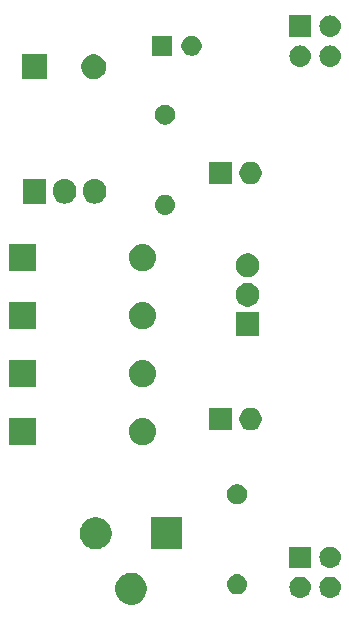
<source format=gbr>
G04 #@! TF.GenerationSoftware,KiCad,Pcbnew,(5.1.4)-1*
G04 #@! TF.CreationDate,2019-09-17T14:56:49+03:00*
G04 #@! TF.ProjectId,Project_1_Breadboard_power_supply,50726f6a-6563-4745-9f31-5f4272656164,v1*
G04 #@! TF.SameCoordinates,Original*
G04 #@! TF.FileFunction,Soldermask,Top*
G04 #@! TF.FilePolarity,Negative*
%FSLAX46Y46*%
G04 Gerber Fmt 4.6, Leading zero omitted, Abs format (unit mm)*
G04 Created by KiCad (PCBNEW (5.1.4)-1) date 2019-09-17 14:56:49*
%MOMM*%
%LPD*%
G04 APERTURE LIST*
%ADD10C,0.100000*%
G04 APERTURE END LIST*
D10*
G36*
X140904072Y-112874918D02*
G01*
X141149939Y-112976759D01*
X141261328Y-113051187D01*
X141371211Y-113124609D01*
X141559391Y-113312789D01*
X141707242Y-113534063D01*
X141809082Y-113779928D01*
X141861000Y-114040937D01*
X141861000Y-114307063D01*
X141809082Y-114568072D01*
X141713521Y-114798779D01*
X141707241Y-114813939D01*
X141559390Y-115035212D01*
X141371212Y-115223390D01*
X141149939Y-115371241D01*
X141149938Y-115371242D01*
X141149937Y-115371242D01*
X140904072Y-115473082D01*
X140643063Y-115525000D01*
X140376937Y-115525000D01*
X140115928Y-115473082D01*
X139870063Y-115371242D01*
X139870062Y-115371242D01*
X139870061Y-115371241D01*
X139648788Y-115223390D01*
X139460610Y-115035212D01*
X139312759Y-114813939D01*
X139306480Y-114798779D01*
X139210918Y-114568072D01*
X139159000Y-114307063D01*
X139159000Y-114040937D01*
X139210918Y-113779928D01*
X139312758Y-113534063D01*
X139460609Y-113312789D01*
X139648789Y-113124609D01*
X139758672Y-113051187D01*
X139870061Y-112976759D01*
X140115928Y-112874918D01*
X140376937Y-112823000D01*
X140643063Y-112823000D01*
X140904072Y-112874918D01*
X140904072Y-112874918D01*
G37*
G36*
X157463442Y-113151518D02*
G01*
X157529627Y-113158037D01*
X157699466Y-113209557D01*
X157855991Y-113293222D01*
X157879832Y-113312788D01*
X157993186Y-113405814D01*
X158076448Y-113507271D01*
X158105778Y-113543009D01*
X158189443Y-113699534D01*
X158240963Y-113869373D01*
X158258359Y-114046000D01*
X158240963Y-114222627D01*
X158189443Y-114392466D01*
X158105778Y-114548991D01*
X158076448Y-114584729D01*
X157993186Y-114686186D01*
X157891729Y-114769448D01*
X157855991Y-114798778D01*
X157699466Y-114882443D01*
X157529627Y-114933963D01*
X157463442Y-114940482D01*
X157397260Y-114947000D01*
X157308740Y-114947000D01*
X157242558Y-114940482D01*
X157176373Y-114933963D01*
X157006534Y-114882443D01*
X156850009Y-114798778D01*
X156814271Y-114769448D01*
X156712814Y-114686186D01*
X156629552Y-114584729D01*
X156600222Y-114548991D01*
X156516557Y-114392466D01*
X156465037Y-114222627D01*
X156447641Y-114046000D01*
X156465037Y-113869373D01*
X156516557Y-113699534D01*
X156600222Y-113543009D01*
X156629552Y-113507271D01*
X156712814Y-113405814D01*
X156826168Y-113312788D01*
X156850009Y-113293222D01*
X157006534Y-113209557D01*
X157176373Y-113158037D01*
X157242558Y-113151518D01*
X157308740Y-113145000D01*
X157397260Y-113145000D01*
X157463442Y-113151518D01*
X157463442Y-113151518D01*
G37*
G36*
X154923442Y-113151518D02*
G01*
X154989627Y-113158037D01*
X155159466Y-113209557D01*
X155315991Y-113293222D01*
X155339832Y-113312788D01*
X155453186Y-113405814D01*
X155536448Y-113507271D01*
X155565778Y-113543009D01*
X155649443Y-113699534D01*
X155700963Y-113869373D01*
X155718359Y-114046000D01*
X155700963Y-114222627D01*
X155649443Y-114392466D01*
X155565778Y-114548991D01*
X155536448Y-114584729D01*
X155453186Y-114686186D01*
X155351729Y-114769448D01*
X155315991Y-114798778D01*
X155159466Y-114882443D01*
X154989627Y-114933963D01*
X154923442Y-114940482D01*
X154857260Y-114947000D01*
X154768740Y-114947000D01*
X154702558Y-114940482D01*
X154636373Y-114933963D01*
X154466534Y-114882443D01*
X154310009Y-114798778D01*
X154274271Y-114769448D01*
X154172814Y-114686186D01*
X154089552Y-114584729D01*
X154060222Y-114548991D01*
X153976557Y-114392466D01*
X153925037Y-114222627D01*
X153907641Y-114046000D01*
X153925037Y-113869373D01*
X153976557Y-113699534D01*
X154060222Y-113543009D01*
X154089552Y-113507271D01*
X154172814Y-113405814D01*
X154286168Y-113312788D01*
X154310009Y-113293222D01*
X154466534Y-113209557D01*
X154636373Y-113158037D01*
X154702558Y-113151518D01*
X154768740Y-113145000D01*
X154857260Y-113145000D01*
X154923442Y-113151518D01*
X154923442Y-113151518D01*
G37*
G36*
X149645823Y-112953313D02*
G01*
X149806242Y-113001976D01*
X149938906Y-113072886D01*
X149954078Y-113080996D01*
X150083659Y-113187341D01*
X150190004Y-113316922D01*
X150190005Y-113316924D01*
X150269024Y-113464758D01*
X150317687Y-113625177D01*
X150334117Y-113792000D01*
X150317687Y-113958823D01*
X150269024Y-114119242D01*
X150198114Y-114251906D01*
X150190004Y-114267078D01*
X150083659Y-114396659D01*
X149954078Y-114503004D01*
X149954076Y-114503005D01*
X149806242Y-114582024D01*
X149645823Y-114630687D01*
X149520804Y-114643000D01*
X149437196Y-114643000D01*
X149312177Y-114630687D01*
X149151758Y-114582024D01*
X149003924Y-114503005D01*
X149003922Y-114503004D01*
X148874341Y-114396659D01*
X148767996Y-114267078D01*
X148759886Y-114251906D01*
X148688976Y-114119242D01*
X148640313Y-113958823D01*
X148623883Y-113792000D01*
X148640313Y-113625177D01*
X148688976Y-113464758D01*
X148767995Y-113316924D01*
X148767996Y-113316922D01*
X148874341Y-113187341D01*
X149003922Y-113080996D01*
X149019094Y-113072886D01*
X149151758Y-113001976D01*
X149312177Y-112953313D01*
X149437196Y-112941000D01*
X149520804Y-112941000D01*
X149645823Y-112953313D01*
X149645823Y-112953313D01*
G37*
G36*
X157463443Y-110611519D02*
G01*
X157529627Y-110618037D01*
X157699466Y-110669557D01*
X157699468Y-110669558D01*
X157777728Y-110711389D01*
X157855991Y-110753222D01*
X157880190Y-110773082D01*
X157993186Y-110865814D01*
X158076448Y-110967271D01*
X158105778Y-111003009D01*
X158189443Y-111159534D01*
X158240963Y-111329373D01*
X158258359Y-111506000D01*
X158240963Y-111682627D01*
X158189443Y-111852466D01*
X158105778Y-112008991D01*
X158076448Y-112044729D01*
X157993186Y-112146186D01*
X157891729Y-112229448D01*
X157855991Y-112258778D01*
X157699466Y-112342443D01*
X157529627Y-112393963D01*
X157463443Y-112400481D01*
X157397260Y-112407000D01*
X157308740Y-112407000D01*
X157242557Y-112400481D01*
X157176373Y-112393963D01*
X157006534Y-112342443D01*
X156850009Y-112258778D01*
X156814271Y-112229448D01*
X156712814Y-112146186D01*
X156629552Y-112044729D01*
X156600222Y-112008991D01*
X156516557Y-111852466D01*
X156465037Y-111682627D01*
X156447641Y-111506000D01*
X156465037Y-111329373D01*
X156516557Y-111159534D01*
X156600222Y-111003009D01*
X156629552Y-110967271D01*
X156712814Y-110865814D01*
X156825810Y-110773082D01*
X156850009Y-110753222D01*
X156928272Y-110711389D01*
X157006532Y-110669558D01*
X157006534Y-110669557D01*
X157176373Y-110618037D01*
X157242557Y-110611519D01*
X157308740Y-110605000D01*
X157397260Y-110605000D01*
X157463443Y-110611519D01*
X157463443Y-110611519D01*
G37*
G36*
X155714000Y-112407000D02*
G01*
X153912000Y-112407000D01*
X153912000Y-110605000D01*
X155714000Y-110605000D01*
X155714000Y-112407000D01*
X155714000Y-112407000D01*
G37*
G36*
X144861000Y-110825000D02*
G01*
X142159000Y-110825000D01*
X142159000Y-108123000D01*
X144861000Y-108123000D01*
X144861000Y-110825000D01*
X144861000Y-110825000D01*
G37*
G36*
X137904072Y-108174918D02*
G01*
X138149939Y-108276759D01*
X138371212Y-108424610D01*
X138559390Y-108612788D01*
X138707241Y-108834061D01*
X138809082Y-109079928D01*
X138861000Y-109340938D01*
X138861000Y-109607062D01*
X138809082Y-109868072D01*
X138707241Y-110113939D01*
X138559390Y-110335212D01*
X138371212Y-110523390D01*
X138149939Y-110671241D01*
X138149938Y-110671242D01*
X138149937Y-110671242D01*
X137904072Y-110773082D01*
X137643063Y-110825000D01*
X137376937Y-110825000D01*
X137115928Y-110773082D01*
X136870063Y-110671242D01*
X136870062Y-110671242D01*
X136870061Y-110671241D01*
X136648788Y-110523390D01*
X136460610Y-110335212D01*
X136312759Y-110113939D01*
X136210918Y-109868072D01*
X136159000Y-109607062D01*
X136159000Y-109340938D01*
X136210918Y-109079928D01*
X136312759Y-108834061D01*
X136460610Y-108612788D01*
X136648788Y-108424610D01*
X136870061Y-108276759D01*
X137115928Y-108174918D01*
X137376937Y-108123000D01*
X137643063Y-108123000D01*
X137904072Y-108174918D01*
X137904072Y-108174918D01*
G37*
G36*
X149727228Y-105353703D02*
G01*
X149882100Y-105417853D01*
X150021481Y-105510985D01*
X150140015Y-105629519D01*
X150233147Y-105768900D01*
X150297297Y-105923772D01*
X150330000Y-106088184D01*
X150330000Y-106255816D01*
X150297297Y-106420228D01*
X150233147Y-106575100D01*
X150140015Y-106714481D01*
X150021481Y-106833015D01*
X149882100Y-106926147D01*
X149727228Y-106990297D01*
X149562816Y-107023000D01*
X149395184Y-107023000D01*
X149230772Y-106990297D01*
X149075900Y-106926147D01*
X148936519Y-106833015D01*
X148817985Y-106714481D01*
X148724853Y-106575100D01*
X148660703Y-106420228D01*
X148628000Y-106255816D01*
X148628000Y-106088184D01*
X148660703Y-105923772D01*
X148724853Y-105768900D01*
X148817985Y-105629519D01*
X148936519Y-105510985D01*
X149075900Y-105417853D01*
X149230772Y-105353703D01*
X149395184Y-105321000D01*
X149562816Y-105321000D01*
X149727228Y-105353703D01*
X149727228Y-105353703D01*
G37*
G36*
X141647271Y-99698103D02*
G01*
X141703635Y-99703654D01*
X141920600Y-99769470D01*
X141920602Y-99769471D01*
X142120555Y-99876347D01*
X142295818Y-100020182D01*
X142439653Y-100195445D01*
X142546529Y-100395398D01*
X142546530Y-100395400D01*
X142612346Y-100612365D01*
X142624568Y-100736454D01*
X142634569Y-100838000D01*
X142612346Y-101063634D01*
X142546529Y-101280602D01*
X142439653Y-101480555D01*
X142295818Y-101655818D01*
X142120555Y-101799653D01*
X141920602Y-101906529D01*
X141920600Y-101906530D01*
X141703635Y-101972346D01*
X141647271Y-101977897D01*
X141534545Y-101989000D01*
X141421455Y-101989000D01*
X141308729Y-101977897D01*
X141252365Y-101972346D01*
X141035400Y-101906530D01*
X141035398Y-101906529D01*
X140835445Y-101799653D01*
X140660182Y-101655818D01*
X140516347Y-101480555D01*
X140409471Y-101280602D01*
X140343654Y-101063634D01*
X140321431Y-100838000D01*
X140331432Y-100736454D01*
X140343654Y-100612365D01*
X140409470Y-100395400D01*
X140409471Y-100395398D01*
X140516347Y-100195445D01*
X140660182Y-100020182D01*
X140835445Y-99876347D01*
X141035398Y-99769471D01*
X141035400Y-99769470D01*
X141252365Y-99703654D01*
X141308729Y-99698103D01*
X141421455Y-99687000D01*
X141534545Y-99687000D01*
X141647271Y-99698103D01*
X141647271Y-99698103D01*
G37*
G36*
X132469000Y-101989000D02*
G01*
X130167000Y-101989000D01*
X130167000Y-99687000D01*
X132469000Y-99687000D01*
X132469000Y-101989000D01*
X132469000Y-101989000D01*
G37*
G36*
X150899395Y-98907546D02*
G01*
X151072466Y-98979234D01*
X151072467Y-98979235D01*
X151228227Y-99083310D01*
X151360690Y-99215773D01*
X151360691Y-99215775D01*
X151464766Y-99371534D01*
X151536454Y-99544605D01*
X151573000Y-99728333D01*
X151573000Y-99915667D01*
X151536454Y-100099395D01*
X151464766Y-100272466D01*
X151464765Y-100272467D01*
X151360690Y-100428227D01*
X151228227Y-100560690D01*
X151150890Y-100612365D01*
X151072466Y-100664766D01*
X150899395Y-100736454D01*
X150715667Y-100773000D01*
X150528333Y-100773000D01*
X150344605Y-100736454D01*
X150171534Y-100664766D01*
X150093110Y-100612365D01*
X150015773Y-100560690D01*
X149883310Y-100428227D01*
X149779235Y-100272467D01*
X149779234Y-100272466D01*
X149707546Y-100099395D01*
X149671000Y-99915667D01*
X149671000Y-99728333D01*
X149707546Y-99544605D01*
X149779234Y-99371534D01*
X149883309Y-99215775D01*
X149883310Y-99215773D01*
X150015773Y-99083310D01*
X150171533Y-98979235D01*
X150171534Y-98979234D01*
X150344605Y-98907546D01*
X150528333Y-98871000D01*
X150715667Y-98871000D01*
X150899395Y-98907546D01*
X150899395Y-98907546D01*
G37*
G36*
X149033000Y-100773000D02*
G01*
X147131000Y-100773000D01*
X147131000Y-98871000D01*
X149033000Y-98871000D01*
X149033000Y-100773000D01*
X149033000Y-100773000D01*
G37*
G36*
X141647271Y-94787435D02*
G01*
X141703635Y-94792986D01*
X141920600Y-94858802D01*
X141920602Y-94858803D01*
X142120555Y-94965679D01*
X142295818Y-95109514D01*
X142439653Y-95284777D01*
X142546529Y-95484730D01*
X142612346Y-95701698D01*
X142634569Y-95927332D01*
X142612346Y-96152966D01*
X142546529Y-96369934D01*
X142439653Y-96569887D01*
X142295818Y-96745150D01*
X142120555Y-96888985D01*
X141920602Y-96995861D01*
X141920600Y-96995862D01*
X141703635Y-97061678D01*
X141647271Y-97067229D01*
X141534545Y-97078332D01*
X141421455Y-97078332D01*
X141308729Y-97067229D01*
X141252365Y-97061678D01*
X141035400Y-96995862D01*
X141035398Y-96995861D01*
X140835445Y-96888985D01*
X140660182Y-96745150D01*
X140516347Y-96569887D01*
X140409471Y-96369934D01*
X140343654Y-96152966D01*
X140321431Y-95927332D01*
X140343654Y-95701698D01*
X140409471Y-95484730D01*
X140516347Y-95284777D01*
X140660182Y-95109514D01*
X140835445Y-94965679D01*
X141035398Y-94858803D01*
X141035400Y-94858802D01*
X141252365Y-94792986D01*
X141308729Y-94787435D01*
X141421455Y-94776332D01*
X141534545Y-94776332D01*
X141647271Y-94787435D01*
X141647271Y-94787435D01*
G37*
G36*
X132469000Y-97078332D02*
G01*
X130167000Y-97078332D01*
X130167000Y-94776332D01*
X132469000Y-94776332D01*
X132469000Y-97078332D01*
X132469000Y-97078332D01*
G37*
G36*
X151369000Y-92789000D02*
G01*
X149367000Y-92789000D01*
X149367000Y-90787000D01*
X151369000Y-90787000D01*
X151369000Y-92789000D01*
X151369000Y-92789000D01*
G37*
G36*
X141647271Y-89876769D02*
G01*
X141703635Y-89882320D01*
X141920600Y-89948136D01*
X141920602Y-89948137D01*
X142120555Y-90055013D01*
X142295818Y-90198848D01*
X142439653Y-90374111D01*
X142546529Y-90574064D01*
X142612346Y-90791032D01*
X142634569Y-91016666D01*
X142612346Y-91242300D01*
X142546529Y-91459268D01*
X142439653Y-91659221D01*
X142295818Y-91834484D01*
X142120555Y-91978319D01*
X141920602Y-92085195D01*
X141920600Y-92085196D01*
X141703635Y-92151012D01*
X141647271Y-92156563D01*
X141534545Y-92167666D01*
X141421455Y-92167666D01*
X141308729Y-92156563D01*
X141252365Y-92151012D01*
X141035400Y-92085196D01*
X141035398Y-92085195D01*
X140835445Y-91978319D01*
X140660182Y-91834484D01*
X140516347Y-91659221D01*
X140409471Y-91459268D01*
X140343654Y-91242300D01*
X140321431Y-91016666D01*
X140343654Y-90791032D01*
X140409471Y-90574064D01*
X140516347Y-90374111D01*
X140660182Y-90198848D01*
X140835445Y-90055013D01*
X141035398Y-89948137D01*
X141035400Y-89948136D01*
X141252365Y-89882320D01*
X141308729Y-89876769D01*
X141421455Y-89865666D01*
X141534545Y-89865666D01*
X141647271Y-89876769D01*
X141647271Y-89876769D01*
G37*
G36*
X132469000Y-92167666D02*
G01*
X130167000Y-92167666D01*
X130167000Y-89865666D01*
X132469000Y-89865666D01*
X132469000Y-92167666D01*
X132469000Y-92167666D01*
G37*
G36*
X150659981Y-88325468D02*
G01*
X150842151Y-88400926D01*
X151006100Y-88510473D01*
X151145527Y-88649900D01*
X151255074Y-88813849D01*
X151330532Y-88996019D01*
X151369000Y-89189410D01*
X151369000Y-89386590D01*
X151330532Y-89579981D01*
X151255074Y-89762151D01*
X151145527Y-89926100D01*
X151006100Y-90065527D01*
X150842151Y-90175074D01*
X150659981Y-90250532D01*
X150563285Y-90269766D01*
X150466591Y-90289000D01*
X150269409Y-90289000D01*
X150172715Y-90269766D01*
X150076019Y-90250532D01*
X149893849Y-90175074D01*
X149729900Y-90065527D01*
X149590473Y-89926100D01*
X149480926Y-89762151D01*
X149405468Y-89579981D01*
X149367000Y-89386590D01*
X149367000Y-89189410D01*
X149405468Y-88996019D01*
X149480926Y-88813849D01*
X149590473Y-88649900D01*
X149729900Y-88510473D01*
X149893849Y-88400926D01*
X150076019Y-88325468D01*
X150269409Y-88287000D01*
X150466591Y-88287000D01*
X150659981Y-88325468D01*
X150659981Y-88325468D01*
G37*
G36*
X150659981Y-85825468D02*
G01*
X150842151Y-85900926D01*
X151006100Y-86010473D01*
X151145527Y-86149900D01*
X151255074Y-86313849D01*
X151330532Y-86496019D01*
X151369000Y-86689410D01*
X151369000Y-86886590D01*
X151330532Y-87079981D01*
X151255074Y-87262151D01*
X151145527Y-87426100D01*
X151006100Y-87565527D01*
X150842151Y-87675074D01*
X150659981Y-87750532D01*
X150563285Y-87769766D01*
X150466591Y-87789000D01*
X150269409Y-87789000D01*
X150172715Y-87769766D01*
X150076019Y-87750532D01*
X149893849Y-87675074D01*
X149729900Y-87565527D01*
X149590473Y-87426100D01*
X149480926Y-87262151D01*
X149405468Y-87079981D01*
X149367000Y-86886590D01*
X149367000Y-86689410D01*
X149405468Y-86496019D01*
X149480926Y-86313849D01*
X149590473Y-86149900D01*
X149729900Y-86010473D01*
X149893849Y-85900926D01*
X150076019Y-85825468D01*
X150172715Y-85806234D01*
X150269409Y-85787000D01*
X150466591Y-85787000D01*
X150659981Y-85825468D01*
X150659981Y-85825468D01*
G37*
G36*
X132469000Y-87257000D02*
G01*
X130167000Y-87257000D01*
X130167000Y-84955000D01*
X132469000Y-84955000D01*
X132469000Y-87257000D01*
X132469000Y-87257000D01*
G37*
G36*
X141647271Y-84966103D02*
G01*
X141703635Y-84971654D01*
X141920600Y-85037470D01*
X141920602Y-85037471D01*
X142120555Y-85144347D01*
X142295818Y-85288182D01*
X142439653Y-85463445D01*
X142546529Y-85663398D01*
X142546530Y-85663400D01*
X142612346Y-85880365D01*
X142634569Y-86106000D01*
X142614098Y-86313851D01*
X142612346Y-86331634D01*
X142546529Y-86548602D01*
X142439653Y-86748555D01*
X142295818Y-86923818D01*
X142120555Y-87067653D01*
X141920602Y-87174529D01*
X141920600Y-87174530D01*
X141703635Y-87240346D01*
X141647271Y-87245897D01*
X141534545Y-87257000D01*
X141421455Y-87257000D01*
X141308729Y-87245897D01*
X141252365Y-87240346D01*
X141035400Y-87174530D01*
X141035398Y-87174529D01*
X140835445Y-87067653D01*
X140660182Y-86923818D01*
X140516347Y-86748555D01*
X140409471Y-86548602D01*
X140343654Y-86331634D01*
X140341903Y-86313851D01*
X140321431Y-86106000D01*
X140343654Y-85880365D01*
X140409470Y-85663400D01*
X140409471Y-85663398D01*
X140516347Y-85463445D01*
X140660182Y-85288182D01*
X140835445Y-85144347D01*
X141035398Y-85037471D01*
X141035400Y-85037470D01*
X141252365Y-84971654D01*
X141308729Y-84966103D01*
X141421455Y-84955000D01*
X141534545Y-84955000D01*
X141647271Y-84966103D01*
X141647271Y-84966103D01*
G37*
G36*
X143549823Y-80822313D02*
G01*
X143710242Y-80870976D01*
X143842906Y-80941886D01*
X143858078Y-80949996D01*
X143987659Y-81056341D01*
X144094004Y-81185922D01*
X144094005Y-81185924D01*
X144173024Y-81333758D01*
X144221687Y-81494177D01*
X144238117Y-81661000D01*
X144221687Y-81827823D01*
X144173024Y-81988242D01*
X144102114Y-82120906D01*
X144094004Y-82136078D01*
X143987659Y-82265659D01*
X143858078Y-82372004D01*
X143858076Y-82372005D01*
X143710242Y-82451024D01*
X143549823Y-82499687D01*
X143424804Y-82512000D01*
X143341196Y-82512000D01*
X143216177Y-82499687D01*
X143055758Y-82451024D01*
X142907924Y-82372005D01*
X142907922Y-82372004D01*
X142778341Y-82265659D01*
X142671996Y-82136078D01*
X142663886Y-82120906D01*
X142592976Y-81988242D01*
X142544313Y-81827823D01*
X142527883Y-81661000D01*
X142544313Y-81494177D01*
X142592976Y-81333758D01*
X142671995Y-81185924D01*
X142671996Y-81185922D01*
X142778341Y-81056341D01*
X142907922Y-80949996D01*
X142923094Y-80941886D01*
X143055758Y-80870976D01*
X143216177Y-80822313D01*
X143341196Y-80810000D01*
X143424804Y-80810000D01*
X143549823Y-80822313D01*
X143549823Y-80822313D01*
G37*
G36*
X135070719Y-79481520D02*
G01*
X135259880Y-79538901D01*
X135259883Y-79538902D01*
X135352333Y-79588318D01*
X135434212Y-79632083D01*
X135587015Y-79757485D01*
X135712417Y-79910288D01*
X135805599Y-80084619D01*
X135862980Y-80273780D01*
X135877500Y-80421206D01*
X135877500Y-80614793D01*
X135862980Y-80762219D01*
X135844750Y-80822314D01*
X135805598Y-80951383D01*
X135756182Y-81043833D01*
X135712417Y-81125712D01*
X135587015Y-81278515D01*
X135434212Y-81403917D01*
X135279820Y-81486441D01*
X135265352Y-81494175D01*
X135259881Y-81497099D01*
X135070720Y-81554480D01*
X134874000Y-81573855D01*
X134677281Y-81554480D01*
X134488120Y-81497099D01*
X134482650Y-81494175D01*
X134477546Y-81491447D01*
X134313788Y-81403917D01*
X134160985Y-81278515D01*
X134035583Y-81125712D01*
X133942401Y-80951381D01*
X133885020Y-80762220D01*
X133870500Y-80614794D01*
X133870500Y-80421207D01*
X133885020Y-80273781D01*
X133942401Y-80084620D01*
X133942402Y-80084617D01*
X134017029Y-79945000D01*
X134035583Y-79910288D01*
X134160985Y-79757485D01*
X134313788Y-79632083D01*
X134488119Y-79538901D01*
X134677280Y-79481520D01*
X134874000Y-79462145D01*
X135070719Y-79481520D01*
X135070719Y-79481520D01*
G37*
G36*
X137610719Y-79481520D02*
G01*
X137799880Y-79538901D01*
X137799883Y-79538902D01*
X137892333Y-79588318D01*
X137974212Y-79632083D01*
X138127015Y-79757485D01*
X138252417Y-79910288D01*
X138345599Y-80084619D01*
X138402980Y-80273780D01*
X138417500Y-80421206D01*
X138417500Y-80614793D01*
X138402980Y-80762219D01*
X138384750Y-80822314D01*
X138345598Y-80951383D01*
X138296182Y-81043833D01*
X138252417Y-81125712D01*
X138127015Y-81278515D01*
X137974212Y-81403917D01*
X137819820Y-81486441D01*
X137805352Y-81494175D01*
X137799881Y-81497099D01*
X137610720Y-81554480D01*
X137414000Y-81573855D01*
X137217281Y-81554480D01*
X137028120Y-81497099D01*
X137022650Y-81494175D01*
X137017546Y-81491447D01*
X136853788Y-81403917D01*
X136700985Y-81278515D01*
X136575583Y-81125712D01*
X136482401Y-80951381D01*
X136425020Y-80762220D01*
X136410500Y-80614794D01*
X136410500Y-80421207D01*
X136425020Y-80273781D01*
X136482401Y-80084620D01*
X136482402Y-80084617D01*
X136557029Y-79945000D01*
X136575583Y-79910288D01*
X136700985Y-79757485D01*
X136853788Y-79632083D01*
X137028119Y-79538901D01*
X137217280Y-79481520D01*
X137414000Y-79462145D01*
X137610719Y-79481520D01*
X137610719Y-79481520D01*
G37*
G36*
X133337500Y-81569000D02*
G01*
X131330500Y-81569000D01*
X131330500Y-79467000D01*
X133337500Y-79467000D01*
X133337500Y-81569000D01*
X133337500Y-81569000D01*
G37*
G36*
X149033000Y-79945000D02*
G01*
X147131000Y-79945000D01*
X147131000Y-78043000D01*
X149033000Y-78043000D01*
X149033000Y-79945000D01*
X149033000Y-79945000D01*
G37*
G36*
X150899395Y-78079546D02*
G01*
X151072466Y-78151234D01*
X151072467Y-78151235D01*
X151228227Y-78255310D01*
X151360690Y-78387773D01*
X151360691Y-78387775D01*
X151464766Y-78543534D01*
X151536454Y-78716605D01*
X151573000Y-78900333D01*
X151573000Y-79087667D01*
X151536454Y-79271395D01*
X151464766Y-79444466D01*
X151464765Y-79444467D01*
X151360690Y-79600227D01*
X151228227Y-79732690D01*
X151191118Y-79757485D01*
X151072466Y-79836766D01*
X150899395Y-79908454D01*
X150715667Y-79945000D01*
X150528333Y-79945000D01*
X150344605Y-79908454D01*
X150171534Y-79836766D01*
X150052882Y-79757485D01*
X150015773Y-79732690D01*
X149883310Y-79600227D01*
X149779235Y-79444467D01*
X149779234Y-79444466D01*
X149707546Y-79271395D01*
X149671000Y-79087667D01*
X149671000Y-78900333D01*
X149707546Y-78716605D01*
X149779234Y-78543534D01*
X149883309Y-78387775D01*
X149883310Y-78387773D01*
X150015773Y-78255310D01*
X150171533Y-78151235D01*
X150171534Y-78151234D01*
X150344605Y-78079546D01*
X150528333Y-78043000D01*
X150715667Y-78043000D01*
X150899395Y-78079546D01*
X150899395Y-78079546D01*
G37*
G36*
X143631228Y-73222703D02*
G01*
X143786100Y-73286853D01*
X143925481Y-73379985D01*
X144044015Y-73498519D01*
X144137147Y-73637900D01*
X144201297Y-73792772D01*
X144234000Y-73957184D01*
X144234000Y-74124816D01*
X144201297Y-74289228D01*
X144137147Y-74444100D01*
X144044015Y-74583481D01*
X143925481Y-74702015D01*
X143786100Y-74795147D01*
X143631228Y-74859297D01*
X143466816Y-74892000D01*
X143299184Y-74892000D01*
X143134772Y-74859297D01*
X142979900Y-74795147D01*
X142840519Y-74702015D01*
X142721985Y-74583481D01*
X142628853Y-74444100D01*
X142564703Y-74289228D01*
X142532000Y-74124816D01*
X142532000Y-73957184D01*
X142564703Y-73792772D01*
X142628853Y-73637900D01*
X142721985Y-73498519D01*
X142840519Y-73379985D01*
X142979900Y-73286853D01*
X143134772Y-73222703D01*
X143299184Y-73190000D01*
X143466816Y-73190000D01*
X143631228Y-73222703D01*
X143631228Y-73222703D01*
G37*
G36*
X133385000Y-71028000D02*
G01*
X131283000Y-71028000D01*
X131283000Y-68926000D01*
X133385000Y-68926000D01*
X133385000Y-71028000D01*
X133385000Y-71028000D01*
G37*
G36*
X137640564Y-68966389D02*
G01*
X137831833Y-69045615D01*
X137831835Y-69045616D01*
X138003973Y-69160635D01*
X138150365Y-69307027D01*
X138232846Y-69430468D01*
X138265385Y-69479167D01*
X138344611Y-69670436D01*
X138385000Y-69873484D01*
X138385000Y-70080516D01*
X138344611Y-70283564D01*
X138265385Y-70474833D01*
X138265384Y-70474835D01*
X138150365Y-70646973D01*
X138003973Y-70793365D01*
X137831835Y-70908384D01*
X137831834Y-70908385D01*
X137831833Y-70908385D01*
X137640564Y-70987611D01*
X137437516Y-71028000D01*
X137230484Y-71028000D01*
X137027436Y-70987611D01*
X136836167Y-70908385D01*
X136836166Y-70908385D01*
X136836165Y-70908384D01*
X136664027Y-70793365D01*
X136517635Y-70646973D01*
X136402616Y-70474835D01*
X136402615Y-70474833D01*
X136323389Y-70283564D01*
X136283000Y-70080516D01*
X136283000Y-69873484D01*
X136323389Y-69670436D01*
X136402615Y-69479167D01*
X136435155Y-69430468D01*
X136517635Y-69307027D01*
X136664027Y-69160635D01*
X136836165Y-69045616D01*
X136836167Y-69045615D01*
X137027436Y-68966389D01*
X137230484Y-68926000D01*
X137437516Y-68926000D01*
X137640564Y-68966389D01*
X137640564Y-68966389D01*
G37*
G36*
X154923443Y-68189519D02*
G01*
X154989627Y-68196037D01*
X155159466Y-68247557D01*
X155315991Y-68331222D01*
X155351729Y-68360552D01*
X155453186Y-68443814D01*
X155536448Y-68545271D01*
X155565778Y-68581009D01*
X155649443Y-68737534D01*
X155700963Y-68907373D01*
X155718359Y-69084000D01*
X155700963Y-69260627D01*
X155649443Y-69430466D01*
X155565778Y-69586991D01*
X155536448Y-69622729D01*
X155453186Y-69724186D01*
X155351729Y-69807448D01*
X155315991Y-69836778D01*
X155159466Y-69920443D01*
X154989627Y-69971963D01*
X154923442Y-69978482D01*
X154857260Y-69985000D01*
X154768740Y-69985000D01*
X154702558Y-69978482D01*
X154636373Y-69971963D01*
X154466534Y-69920443D01*
X154310009Y-69836778D01*
X154274271Y-69807448D01*
X154172814Y-69724186D01*
X154089552Y-69622729D01*
X154060222Y-69586991D01*
X153976557Y-69430466D01*
X153925037Y-69260627D01*
X153907641Y-69084000D01*
X153925037Y-68907373D01*
X153976557Y-68737534D01*
X154060222Y-68581009D01*
X154089552Y-68545271D01*
X154172814Y-68443814D01*
X154274271Y-68360552D01*
X154310009Y-68331222D01*
X154466534Y-68247557D01*
X154636373Y-68196037D01*
X154702557Y-68189519D01*
X154768740Y-68183000D01*
X154857260Y-68183000D01*
X154923443Y-68189519D01*
X154923443Y-68189519D01*
G37*
G36*
X157463443Y-68189519D02*
G01*
X157529627Y-68196037D01*
X157699466Y-68247557D01*
X157855991Y-68331222D01*
X157891729Y-68360552D01*
X157993186Y-68443814D01*
X158076448Y-68545271D01*
X158105778Y-68581009D01*
X158189443Y-68737534D01*
X158240963Y-68907373D01*
X158258359Y-69084000D01*
X158240963Y-69260627D01*
X158189443Y-69430466D01*
X158105778Y-69586991D01*
X158076448Y-69622729D01*
X157993186Y-69724186D01*
X157891729Y-69807448D01*
X157855991Y-69836778D01*
X157699466Y-69920443D01*
X157529627Y-69971963D01*
X157463442Y-69978482D01*
X157397260Y-69985000D01*
X157308740Y-69985000D01*
X157242558Y-69978482D01*
X157176373Y-69971963D01*
X157006534Y-69920443D01*
X156850009Y-69836778D01*
X156814271Y-69807448D01*
X156712814Y-69724186D01*
X156629552Y-69622729D01*
X156600222Y-69586991D01*
X156516557Y-69430466D01*
X156465037Y-69260627D01*
X156447641Y-69084000D01*
X156465037Y-68907373D01*
X156516557Y-68737534D01*
X156600222Y-68581009D01*
X156629552Y-68545271D01*
X156712814Y-68443814D01*
X156814271Y-68360552D01*
X156850009Y-68331222D01*
X157006534Y-68247557D01*
X157176373Y-68196037D01*
X157242557Y-68189519D01*
X157308740Y-68183000D01*
X157397260Y-68183000D01*
X157463443Y-68189519D01*
X157463443Y-68189519D01*
G37*
G36*
X145877228Y-67380703D02*
G01*
X146032100Y-67444853D01*
X146171481Y-67537985D01*
X146290015Y-67656519D01*
X146383147Y-67795900D01*
X146447297Y-67950772D01*
X146480000Y-68115184D01*
X146480000Y-68282816D01*
X146447297Y-68447228D01*
X146383147Y-68602100D01*
X146290015Y-68741481D01*
X146171481Y-68860015D01*
X146032100Y-68953147D01*
X145877228Y-69017297D01*
X145712816Y-69050000D01*
X145545184Y-69050000D01*
X145380772Y-69017297D01*
X145225900Y-68953147D01*
X145086519Y-68860015D01*
X144967985Y-68741481D01*
X144874853Y-68602100D01*
X144810703Y-68447228D01*
X144778000Y-68282816D01*
X144778000Y-68115184D01*
X144810703Y-67950772D01*
X144874853Y-67795900D01*
X144967985Y-67656519D01*
X145086519Y-67537985D01*
X145225900Y-67444853D01*
X145380772Y-67380703D01*
X145545184Y-67348000D01*
X145712816Y-67348000D01*
X145877228Y-67380703D01*
X145877228Y-67380703D01*
G37*
G36*
X143980000Y-69050000D02*
G01*
X142278000Y-69050000D01*
X142278000Y-67348000D01*
X143980000Y-67348000D01*
X143980000Y-69050000D01*
X143980000Y-69050000D01*
G37*
G36*
X155714000Y-67445000D02*
G01*
X153912000Y-67445000D01*
X153912000Y-65643000D01*
X155714000Y-65643000D01*
X155714000Y-67445000D01*
X155714000Y-67445000D01*
G37*
G36*
X157463442Y-65649518D02*
G01*
X157529627Y-65656037D01*
X157699466Y-65707557D01*
X157855991Y-65791222D01*
X157891729Y-65820552D01*
X157993186Y-65903814D01*
X158076448Y-66005271D01*
X158105778Y-66041009D01*
X158189443Y-66197534D01*
X158240963Y-66367373D01*
X158258359Y-66544000D01*
X158240963Y-66720627D01*
X158189443Y-66890466D01*
X158105778Y-67046991D01*
X158076448Y-67082729D01*
X157993186Y-67184186D01*
X157891729Y-67267448D01*
X157855991Y-67296778D01*
X157699466Y-67380443D01*
X157529627Y-67431963D01*
X157463443Y-67438481D01*
X157397260Y-67445000D01*
X157308740Y-67445000D01*
X157242557Y-67438481D01*
X157176373Y-67431963D01*
X157006534Y-67380443D01*
X156850009Y-67296778D01*
X156814271Y-67267448D01*
X156712814Y-67184186D01*
X156629552Y-67082729D01*
X156600222Y-67046991D01*
X156516557Y-66890466D01*
X156465037Y-66720627D01*
X156447641Y-66544000D01*
X156465037Y-66367373D01*
X156516557Y-66197534D01*
X156600222Y-66041009D01*
X156629552Y-66005271D01*
X156712814Y-65903814D01*
X156814271Y-65820552D01*
X156850009Y-65791222D01*
X157006534Y-65707557D01*
X157176373Y-65656037D01*
X157242558Y-65649518D01*
X157308740Y-65643000D01*
X157397260Y-65643000D01*
X157463442Y-65649518D01*
X157463442Y-65649518D01*
G37*
M02*

</source>
